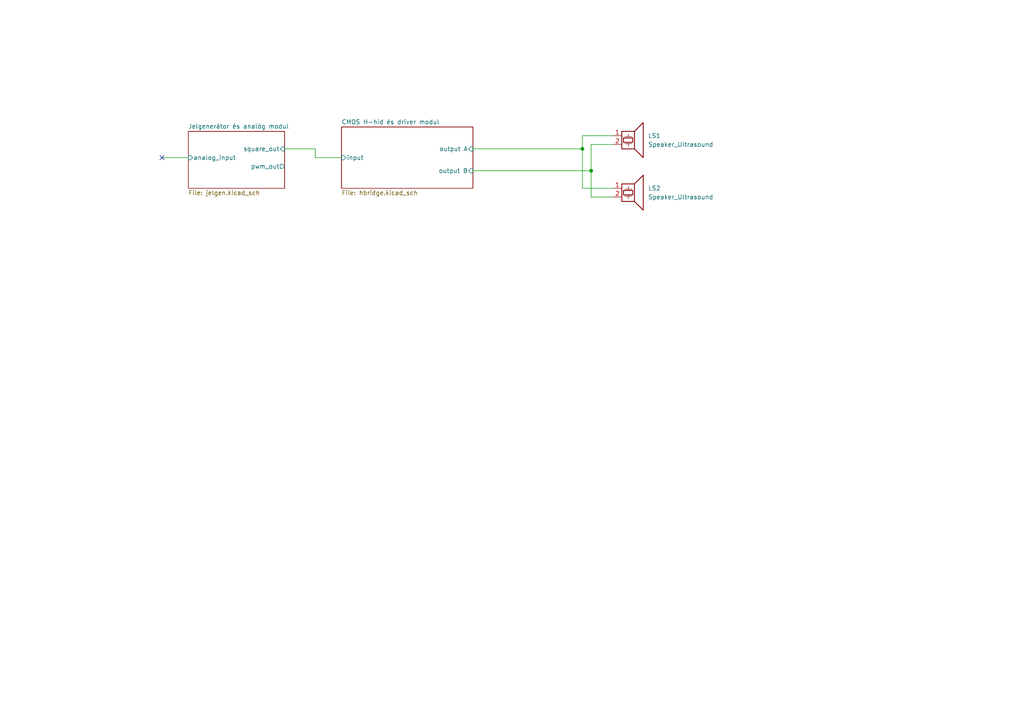
<source format=kicad_sch>
(kicad_sch (version 20250114) (generator "eeschema") (generator_version "9.0")
  (paper "A4")
  (title_block (title "SEM ultrahang szendvicspanel") (date "2025-08-22") (company "Schönherz Elektronikai Műhely"))
  (lib_symbols
    (symbol "Device:Speaker_Ultrasound" (pin_names (offset 0) (hide yes))
      (property "Reference" "LS" (at 0.635 5.715 0))
      (property "Value" "Speaker_Ultrasound" (at 0.635 3.81 0))
      (symbol "Speaker_Ultrasound_0_0"
        (rectangle (start -2.54 1.27) (end 1.143 -3.81) (stroke (width 0.254)))
        (rectangle (start -2.032 -0.635) (end 0.635 -1.905) (stroke (width 0.254)))
        (polyline (pts (xy -1.651 -0.254) (xy 0.381 -0.254)))
        (polyline (pts (xy -1.651 -2.286) (xy 0.381 -2.286)))
        (polyline (pts (xy -0.635 -0.254) (xy -0.635 0.508)))
        (polyline (pts (xy -0.635 -2.286) (xy -0.635 -3.048)))
        (polyline (pts (xy 1.143 1.27) (xy 3.683 3.81) (xy 3.683 -6.35) (xy 1.143 -3.81)) (stroke (width 0.254)))
      )
      (symbol "Speaker_Ultrasound_1_1"
        (pin input line (at -5.08 0 0) (length 2.54) (name "1") (number "1"))
        (pin input line (at -5.08 -2.54 0) (length 2.54) (name "2") (number "2"))
      )
    )
  )
  (junction (at 171.45 49.53))
  (junction (at 168.91 43.18))
  (no_connect (at 46.99 45.72))
  (wire (pts (xy 168.91 43.18) (xy 168.91 39.37)))
  (wire (pts (xy 168.91 54.61) (xy 177.8 54.61)))
  (wire (pts (xy 91.44 43.18) (xy 91.44 45.72)))
  (wire (pts (xy 168.91 43.18) (xy 168.91 54.61)))
  (wire (pts (xy 171.45 49.53) (xy 137.16 49.53)))
  (wire (pts (xy 177.8 57.15) (xy 171.45 57.15)))
  (wire (pts (xy 46.99 45.72) (xy 54.61 45.72)))
  (wire (pts (xy 177.8 41.91) (xy 171.45 41.91)))
  (wire (pts (xy 168.91 39.37) (xy 177.8 39.37)))
  (wire (pts (xy 91.44 45.72) (xy 99.06 45.72)))
  (wire (pts (xy 82.55 43.18) (xy 91.44 43.18)))
  (wire (pts (xy 137.16 43.18) (xy 168.91 43.18)))
  (wire (pts (xy 171.45 57.15) (xy 171.45 49.53)))
  (wire (pts (xy 171.45 41.91) (xy 171.45 49.53)))
  (symbol (lib_id "Device:Speaker_Ultrasound") (at 182.88 54.61 0) (unit 1)
    (property "Reference" "LS2" (at 187.96 54.6099 0) (effects (justify left)))
    (property "Value" "Speaker_Ultrasound" (at 187.96 57.1499 0) (effects (justify left)))
    (property "Footprint" "Connector_PinHeader_1.27mm:PinHeader_1x02_P1.27mm_Horizontal" (effects (hide yes)))
    (property "Description" "Ultrasonic transducer" (effects (hide yes)))
  )
  (symbol (lib_id "Device:Speaker_Ultrasound") (at 182.88 39.37 0) (unit 1)
    (property "Reference" "LS1" (at 187.96 39.3699 0) (effects (justify left)))
    (property "Value" "Speaker_Ultrasound" (at 187.96 41.9099 0) (effects (justify left)))
    (property "Footprint" "Connector_PinHeader_1.27mm:PinHeader_1x02_P1.27mm_Horizontal" (effects (hide yes)))
    (property "Description" "Ultrasonic transducer" (effects (hide yes)))
  )
  (sheet (at 54.61 38.1) (size 27.94 16.51) (stroke (width 0.1524))
    (property "Sheetname" "Jelgenerátor és analóg modul" (at 54.61 37.3884 0) (effects (justify left bottom)))
    (property "Sheetfile" "jelgen.kicad_sch" (at 54.61 55.1946 0) (effects (justify left top)))
    (pin "square_out" input (at 82.55 43.18 0))
    (pin "analog_input" input (at 54.61 45.72 180))
    (pin "pwm_out" output (at 82.55 48.26 0))
  )
  (sheet (at 99.06 36.83) (size 38.1 17.78) (stroke (width 0.1524))
    (property "Sheetname" "CMOS H-híd és driver modul" (at 99.06 36.1184 0) (effects (justify left bottom)))
    (property "Sheetfile" "hbridge.kicad_sch" (at 99.06 55.1946 0) (effects (justify left top)))
    (pin "output A" input (at 137.16 43.18 0))
    (pin "output B" input (at 137.16 49.53 0))
    (pin "input" input (at 99.06 45.72 180))
  )
)
</source>
